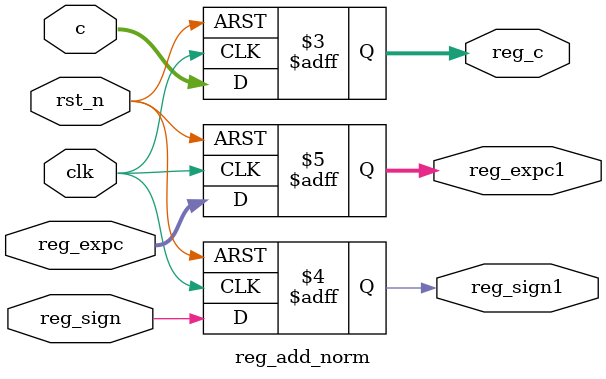
<source format=v>
module reg_add_norm
	(input [47:0] c,
	 input reg_sign,
	 input [8:0]reg_expc,
	 input clk,
	 input rst_n,
	 
	 output reg [47:0]reg_c,
	 output reg reg_sign1,
	 output reg [8:0]reg_expc1
	);
	
	always @ (posedge clk or negedge rst_n)
		if(~rst_n)
			begin
				reg_c <= 0;
				reg_sign1 <= 0;
				reg_expc1 <= 0;
			end
		else
			begin	
				reg_c <= c;
				reg_sign1 <= reg_sign;
				reg_expc1 <= reg_expc;
			end
			
	
endmodule
</source>
